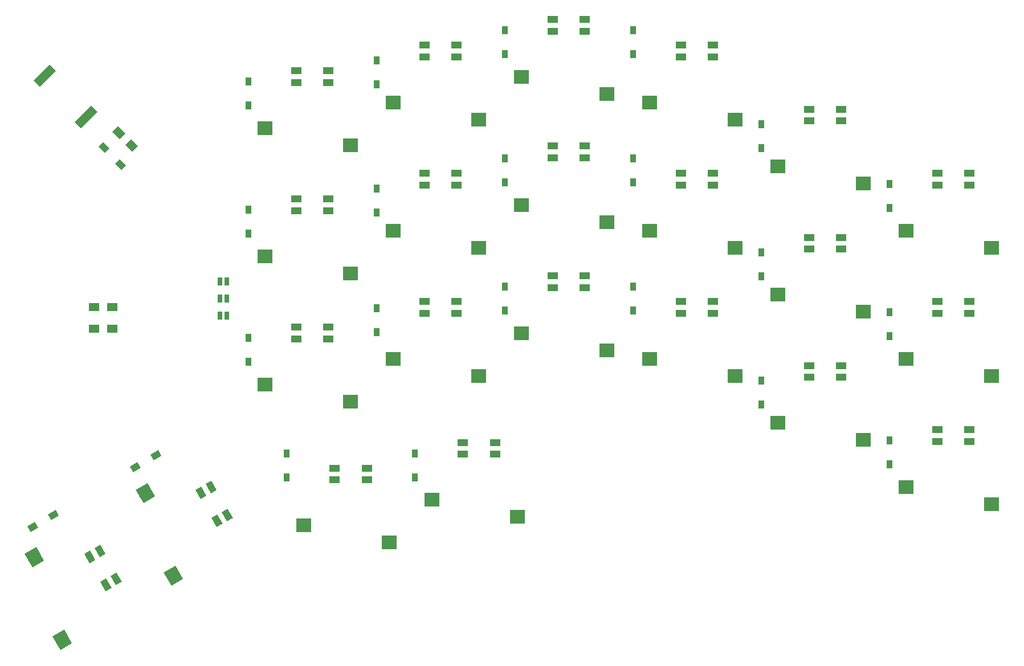
<source format=gtp>
G04 #@! TF.GenerationSoftware,KiCad,Pcbnew,5.0.2-bee76a0~70~ubuntu18.04.1*
G04 #@! TF.CreationDate,2019-07-24T00:03:49+09:00*
G04 #@! TF.ProjectId,silverbullet44,73696c76-6572-4627-956c-6c657434342e,rev?*
G04 #@! TF.SameCoordinates,Original*
G04 #@! TF.FileFunction,Paste,Top*
G04 #@! TF.FilePolarity,Positive*
%FSLAX46Y46*%
G04 Gerber Fmt 4.6, Leading zero omitted, Abs format (unit mm)*
G04 Created by KiCad (PCBNEW 5.0.2-bee76a0~70~ubuntu18.04.1) date 2019年07月24日 00時03分49秒*
%MOMM*%
%LPD*%
G01*
G04 APERTURE LIST*
%ADD10R,1.500000X1.200000*%
%ADD11C,1.200000*%
%ADD12C,0.100000*%
%ADD13C,2.000000*%
%ADD14R,2.300000X2.000000*%
%ADD15R,1.600000X1.000000*%
%ADD16R,0.635000X1.143000*%
%ADD17C,1.000000*%
%ADD18C,1.300000*%
%ADD19R,0.950000X1.300000*%
%ADD20C,0.950000*%
G04 APERTURE END LIST*
D10*
G04 #@! TO.C,R1*
X74215000Y-67310000D03*
X76915000Y-67310000D03*
G04 #@! TD*
G04 #@! TO.C,R2*
X74215000Y-70485000D03*
X76915000Y-70485000D03*
G04 #@! TD*
D11*
G04 #@! TO.C,R3*
X77912406Y-41336406D03*
D12*
G36*
X78867000Y-41442472D02*
X78018472Y-42291000D01*
X76957812Y-41230340D01*
X77806340Y-40381812D01*
X78867000Y-41442472D01*
X78867000Y-41442472D01*
G37*
D11*
X79821594Y-43245594D03*
D12*
G36*
X80776188Y-43351660D02*
X79927660Y-44200188D01*
X78867000Y-43139528D01*
X79715528Y-42291000D01*
X80776188Y-43351660D01*
X80776188Y-43351660D01*
G37*
G04 #@! TD*
D13*
G04 #@! TO.C,SW19*
X65385654Y-104447822D03*
D12*
G36*
X63944629Y-103951893D02*
X65676679Y-102951893D01*
X66826679Y-104943751D01*
X65094629Y-105943751D01*
X63944629Y-103951893D01*
X63944629Y-103951893D01*
G37*
D13*
X69535950Y-116716345D03*
D12*
G36*
X68094925Y-116220416D02*
X69826975Y-115220416D01*
X70976975Y-117212274D01*
X69244925Y-118212274D01*
X68094925Y-116220416D01*
X68094925Y-116220416D01*
G37*
G04 #@! TD*
D13*
G04 #@! TO.C,SW20*
X81895654Y-94922822D03*
D12*
G36*
X80454629Y-94426893D02*
X82186679Y-93426893D01*
X83336679Y-95418751D01*
X81604629Y-96418751D01*
X80454629Y-94426893D01*
X80454629Y-94426893D01*
G37*
D13*
X86045950Y-107191345D03*
D12*
G36*
X84604925Y-106695416D02*
X86336975Y-105695416D01*
X87486975Y-107687274D01*
X85754925Y-108687274D01*
X84604925Y-106695416D01*
X84604925Y-106695416D01*
G37*
G04 #@! TD*
D14*
G04 #@! TO.C,SW22*
X124445000Y-95925000D03*
X137145000Y-98465000D03*
G04 #@! TD*
G04 #@! TO.C,SW21*
X105395000Y-99735000D03*
X118095000Y-102275000D03*
G04 #@! TD*
D15*
G04 #@! TO.C,L16*
X129045000Y-87390000D03*
X129045000Y-89140000D03*
X133845000Y-87390000D03*
X133845000Y-89140000D03*
G04 #@! TD*
D16*
G04 #@! TO.C,JP2*
X92979220Y-63500000D03*
X93979980Y-63500000D03*
G04 #@! TD*
D14*
G04 #@! TO.C,SW1*
X99680000Y-40680000D03*
X112380000Y-43220000D03*
G04 #@! TD*
G04 #@! TO.C,SW2*
X118730000Y-36870000D03*
X131430000Y-39410000D03*
G04 #@! TD*
G04 #@! TO.C,SW3*
X137780000Y-33060000D03*
X150480000Y-35600000D03*
G04 #@! TD*
G04 #@! TO.C,SW4*
X156830000Y-36870000D03*
X169530000Y-39410000D03*
G04 #@! TD*
G04 #@! TO.C,SW5*
X175880000Y-46395000D03*
X188580000Y-48935000D03*
G04 #@! TD*
G04 #@! TO.C,SW6*
X194930000Y-55920000D03*
X207630000Y-58460000D03*
G04 #@! TD*
G04 #@! TO.C,SW7*
X99680000Y-59730000D03*
X112380000Y-62270000D03*
G04 #@! TD*
G04 #@! TO.C,SW8*
X118730000Y-55920000D03*
X131430000Y-58460000D03*
G04 #@! TD*
G04 #@! TO.C,SW9*
X137780000Y-52110000D03*
X150480000Y-54650000D03*
G04 #@! TD*
G04 #@! TO.C,SW10*
X156830000Y-55920000D03*
X169530000Y-58460000D03*
G04 #@! TD*
G04 #@! TO.C,SW11*
X175880000Y-65445000D03*
X188580000Y-67985000D03*
G04 #@! TD*
G04 #@! TO.C,SW12*
X194930000Y-74970000D03*
X207630000Y-77510000D03*
G04 #@! TD*
G04 #@! TO.C,SW13*
X99680000Y-78780000D03*
X112380000Y-81320000D03*
G04 #@! TD*
G04 #@! TO.C,SW14*
X118730000Y-74970000D03*
X131430000Y-77510000D03*
G04 #@! TD*
G04 #@! TO.C,SW15*
X137780000Y-71160000D03*
X150480000Y-73700000D03*
G04 #@! TD*
G04 #@! TO.C,SW16*
X156830000Y-74970000D03*
X169530000Y-77510000D03*
G04 #@! TD*
G04 #@! TO.C,SW17*
X175880000Y-84495000D03*
X188580000Y-87035000D03*
G04 #@! TD*
G04 #@! TO.C,SW18*
X194930000Y-94020000D03*
X207630000Y-96560000D03*
G04 #@! TD*
D15*
G04 #@! TO.C,L1*
X142380000Y-24525000D03*
X142380000Y-26275000D03*
X147180000Y-24525000D03*
X147180000Y-26275000D03*
G04 #@! TD*
G04 #@! TO.C,L2*
X123330000Y-28335000D03*
X123330000Y-30085000D03*
X128130000Y-28335000D03*
X128130000Y-30085000D03*
G04 #@! TD*
G04 #@! TO.C,L3*
X104280000Y-32145000D03*
X104280000Y-33895000D03*
X109080000Y-32145000D03*
X109080000Y-33895000D03*
G04 #@! TD*
G04 #@! TO.C,L4*
X104280000Y-51195000D03*
X104280000Y-52945000D03*
X109080000Y-51195000D03*
X109080000Y-52945000D03*
G04 #@! TD*
G04 #@! TO.C,L5*
X123330000Y-47385000D03*
X123330000Y-49135000D03*
X128130000Y-47385000D03*
X128130000Y-49135000D03*
G04 #@! TD*
G04 #@! TO.C,L6*
X142380000Y-43321000D03*
X142380000Y-45071000D03*
X147180000Y-43321000D03*
X147180000Y-45071000D03*
G04 #@! TD*
G04 #@! TO.C,L7*
X161430000Y-28335000D03*
X161430000Y-30085000D03*
X166230000Y-28335000D03*
X166230000Y-30085000D03*
G04 #@! TD*
G04 #@! TO.C,L8*
X180480000Y-37860000D03*
X180480000Y-39610000D03*
X185280000Y-37860000D03*
X185280000Y-39610000D03*
G04 #@! TD*
G04 #@! TO.C,L9*
X161430000Y-47385000D03*
X161430000Y-49135000D03*
X166230000Y-47385000D03*
X166230000Y-49135000D03*
G04 #@! TD*
G04 #@! TO.C,L10*
X142380000Y-62625000D03*
X142380000Y-64375000D03*
X147180000Y-62625000D03*
X147180000Y-64375000D03*
G04 #@! TD*
G04 #@! TO.C,L11*
X123330000Y-66435000D03*
X123330000Y-68185000D03*
X128130000Y-66435000D03*
X128130000Y-68185000D03*
G04 #@! TD*
G04 #@! TO.C,L12*
X104280000Y-70245000D03*
X104280000Y-71995000D03*
X109080000Y-70245000D03*
X109080000Y-71995000D03*
G04 #@! TD*
D17*
G04 #@! TO.C,L13*
X75122772Y-103529039D03*
D12*
G36*
X74289759Y-103086219D02*
X75155785Y-102586219D01*
X75955785Y-103971859D01*
X75089759Y-104471859D01*
X74289759Y-103086219D01*
X74289759Y-103086219D01*
G37*
D17*
X73607228Y-104404039D03*
D12*
G36*
X72774215Y-103961219D02*
X73640241Y-103461219D01*
X74440241Y-104846859D01*
X73574215Y-105346859D01*
X72774215Y-103961219D01*
X72774215Y-103961219D01*
G37*
D17*
X77522772Y-107685961D03*
D12*
G36*
X76689759Y-107243141D02*
X77555785Y-106743141D01*
X78355785Y-108128781D01*
X77489759Y-108628781D01*
X76689759Y-107243141D01*
X76689759Y-107243141D01*
G37*
D17*
X76007228Y-108560961D03*
D12*
G36*
X75174215Y-108118141D02*
X76040241Y-107618141D01*
X76840241Y-109003781D01*
X75974215Y-109503781D01*
X75174215Y-108118141D01*
X75174215Y-108118141D01*
G37*
G04 #@! TD*
D17*
G04 #@! TO.C,L14*
X91632772Y-94004039D03*
D12*
G36*
X90799759Y-93561219D02*
X91665785Y-93061219D01*
X92465785Y-94446859D01*
X91599759Y-94946859D01*
X90799759Y-93561219D01*
X90799759Y-93561219D01*
G37*
D17*
X90117228Y-94879039D03*
D12*
G36*
X89284215Y-94436219D02*
X90150241Y-93936219D01*
X90950241Y-95321859D01*
X90084215Y-95821859D01*
X89284215Y-94436219D01*
X89284215Y-94436219D01*
G37*
D17*
X94032772Y-98160961D03*
D12*
G36*
X93199759Y-97718141D02*
X94065785Y-97218141D01*
X94865785Y-98603781D01*
X93999759Y-99103781D01*
X93199759Y-97718141D01*
X93199759Y-97718141D01*
G37*
D17*
X92517228Y-99035961D03*
D12*
G36*
X91684215Y-98593141D02*
X92550241Y-98093141D01*
X93350241Y-99478781D01*
X92484215Y-99978781D01*
X91684215Y-98593141D01*
X91684215Y-98593141D01*
G37*
G04 #@! TD*
D15*
G04 #@! TO.C,L15*
X109995000Y-91200000D03*
X109995000Y-92950000D03*
X114795000Y-91200000D03*
X114795000Y-92950000D03*
G04 #@! TD*
G04 #@! TO.C,L17*
X161430000Y-66435000D03*
X161430000Y-68185000D03*
X166230000Y-66435000D03*
X166230000Y-68185000D03*
G04 #@! TD*
G04 #@! TO.C,L18*
X180480000Y-56910000D03*
X180480000Y-58660000D03*
X185280000Y-56910000D03*
X185280000Y-58660000D03*
G04 #@! TD*
G04 #@! TO.C,L19*
X199530000Y-47385000D03*
X199530000Y-49135000D03*
X204330000Y-47385000D03*
X204330000Y-49135000D03*
G04 #@! TD*
G04 #@! TO.C,L20*
X199530000Y-66435000D03*
X199530000Y-68185000D03*
X204330000Y-66435000D03*
X204330000Y-68185000D03*
G04 #@! TD*
G04 #@! TO.C,L21*
X180480000Y-75960000D03*
X180480000Y-77710000D03*
X185280000Y-75960000D03*
X185280000Y-77710000D03*
G04 #@! TD*
G04 #@! TO.C,L22*
X199530000Y-85485000D03*
X199530000Y-87235000D03*
X204330000Y-85485000D03*
X204330000Y-87235000D03*
G04 #@! TD*
D16*
G04 #@! TO.C,JP1*
X93979980Y-68580000D03*
X92979220Y-68580000D03*
G04 #@! TD*
G04 #@! TO.C,JP3*
X93979980Y-66040000D03*
X92979220Y-66040000D03*
G04 #@! TD*
D18*
G04 #@! TO.C,LS1*
X66901086Y-32865086D03*
D12*
G36*
X68562787Y-32122624D02*
X66158624Y-34526787D01*
X65239385Y-33607548D01*
X67643548Y-31203385D01*
X68562787Y-32122624D01*
X68562787Y-32122624D01*
G37*
D18*
X73052914Y-39016914D03*
D12*
G36*
X74714615Y-38274452D02*
X72310452Y-40678615D01*
X71391213Y-39759376D01*
X73795376Y-37355213D01*
X74714615Y-38274452D01*
X74714615Y-38274452D01*
G37*
G04 #@! TD*
D19*
G04 #@! TO.C,D1*
X97155000Y-33785000D03*
X97155000Y-37335000D03*
G04 #@! TD*
G04 #@! TO.C,D2*
X116205000Y-30610000D03*
X116205000Y-34160000D03*
G04 #@! TD*
G04 #@! TO.C,D3*
X135255000Y-29715000D03*
X135255000Y-26165000D03*
G04 #@! TD*
G04 #@! TO.C,D4*
X154305000Y-29715000D03*
X154305000Y-26165000D03*
G04 #@! TD*
G04 #@! TO.C,D5*
X173355000Y-40135000D03*
X173355000Y-43685000D03*
G04 #@! TD*
G04 #@! TO.C,D6*
X192405000Y-52575000D03*
X192405000Y-49025000D03*
G04 #@! TD*
G04 #@! TO.C,D7*
X97155000Y-56385000D03*
X97155000Y-52835000D03*
G04 #@! TD*
G04 #@! TO.C,D8*
X116205000Y-49660000D03*
X116205000Y-53210000D03*
G04 #@! TD*
G04 #@! TO.C,D9*
X135255000Y-48765000D03*
X135255000Y-45215000D03*
G04 #@! TD*
G04 #@! TO.C,D10*
X154305000Y-48765000D03*
X154305000Y-45215000D03*
G04 #@! TD*
G04 #@! TO.C,D11*
X173355000Y-62735000D03*
X173355000Y-59185000D03*
G04 #@! TD*
G04 #@! TO.C,D12*
X192405000Y-71625000D03*
X192405000Y-68075000D03*
G04 #@! TD*
G04 #@! TO.C,D13*
X97155000Y-75435000D03*
X97155000Y-71885000D03*
G04 #@! TD*
G04 #@! TO.C,D14*
X116205000Y-70990000D03*
X116205000Y-67440000D03*
G04 #@! TD*
G04 #@! TO.C,D15*
X135255000Y-64265000D03*
X135255000Y-67815000D03*
G04 #@! TD*
G04 #@! TO.C,D16*
X154305000Y-64265000D03*
X154305000Y-67815000D03*
G04 #@! TD*
G04 #@! TO.C,D17*
X173355000Y-78235000D03*
X173355000Y-81785000D03*
G04 #@! TD*
G04 #@! TO.C,D18*
X192405000Y-87125000D03*
X192405000Y-90675000D03*
G04 #@! TD*
D20*
G04 #@! TO.C,D19*
X68212195Y-98172500D03*
D12*
G36*
X68537612Y-97436138D02*
X69012612Y-98258862D01*
X67886778Y-98908862D01*
X67411778Y-98086138D01*
X68537612Y-97436138D01*
X68537612Y-97436138D01*
G37*
D20*
X65137805Y-99947500D03*
D12*
G36*
X65463222Y-99211138D02*
X65938222Y-100033862D01*
X64812388Y-100683862D01*
X64337388Y-99861138D01*
X65463222Y-99211138D01*
X65463222Y-99211138D01*
G37*
G04 #@! TD*
D20*
G04 #@! TO.C,D20*
X83452195Y-89282500D03*
D12*
G36*
X83777612Y-88546138D02*
X84252612Y-89368862D01*
X83126778Y-90018862D01*
X82651778Y-89196138D01*
X83777612Y-88546138D01*
X83777612Y-88546138D01*
G37*
D20*
X80377805Y-91057500D03*
D12*
G36*
X80703222Y-90321138D02*
X81178222Y-91143862D01*
X80052388Y-91793862D01*
X79577388Y-90971138D01*
X80703222Y-90321138D01*
X80703222Y-90321138D01*
G37*
G04 #@! TD*
D19*
G04 #@! TO.C,D21*
X102870000Y-92580000D03*
X102870000Y-89030000D03*
G04 #@! TD*
G04 #@! TO.C,D22*
X121920000Y-89030000D03*
X121920000Y-92580000D03*
G04 #@! TD*
D20*
G04 #@! TO.C,D23*
X75691985Y-43560985D03*
D12*
G36*
X74896490Y-43437241D02*
X75568241Y-42765490D01*
X76487480Y-43684729D01*
X75815729Y-44356480D01*
X74896490Y-43437241D01*
X74896490Y-43437241D01*
G37*
D20*
X78202215Y-46071215D03*
D12*
G36*
X77406720Y-45947471D02*
X78078471Y-45275720D01*
X78997710Y-46194959D01*
X78325959Y-46866710D01*
X77406720Y-45947471D01*
X77406720Y-45947471D01*
G37*
G04 #@! TD*
M02*

</source>
